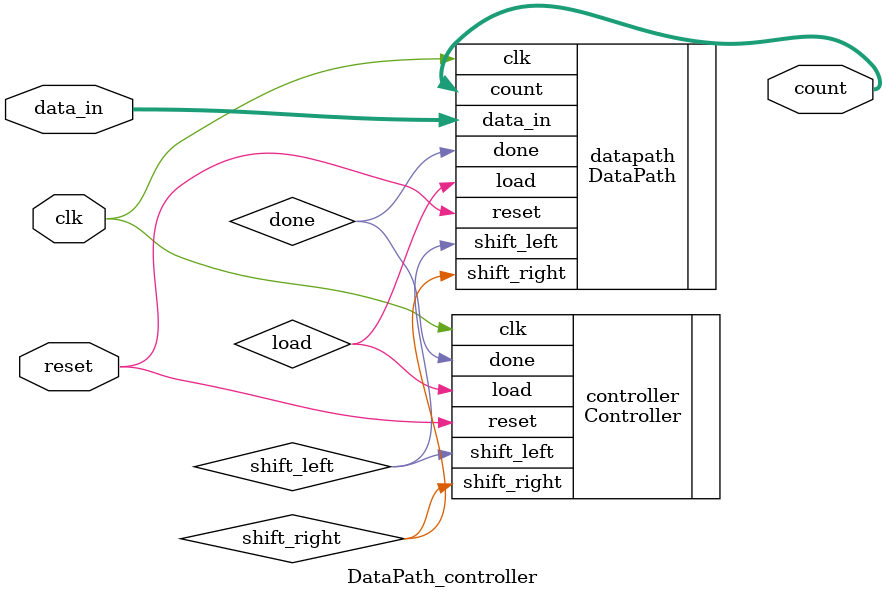
<source format=v>
/*----------------------------------------------------------------------------------
Name Lamin Jammeh
CLass: EE417 Summer 2024
Lesson 07 HW Question 2
Group: Ron Kalin/ Lamin Jammeh
Project Description: This module combines submodule DataPath and Controller to perform 
the shift functions. It is the top module for the design
-------------------------------------------------------------------------------------*/

/*-----------------------up/down counter-----------------------*/
module DataPath_controller #(parameter WIDTH = 8, parameter CYCLES = 18) (
    input clk,
    input reset,
	 input  [WIDTH-1:0] data_in,
    output [WIDTH-1:0] count
);

wire shift_left, shift_right, load, done;

DataPath #(WIDTH, CYCLES) datapath (
    .clk(clk),
    .reset(reset),
    .shift_left(shift_left),
    .shift_right(shift_right),
    .load(load),
	 .data_in(data_in),
    .count(count),
    .done(done)
);

Controller controller (
    .clk(clk),
    .reset(reset),
    .done(done),
    .shift_left(shift_left),
    .shift_right(shift_right),
    .load(load)
);

endmodule

</source>
